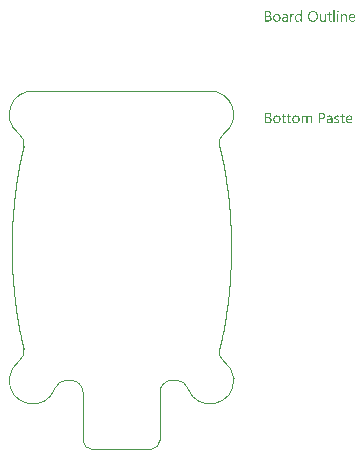
<source format=gbp>
G04*
G04 #@! TF.GenerationSoftware,Altium Limited,Altium Designer,21.9.2 (33)*
G04*
G04 Layer_Color=128*
%FSAX25Y25*%
%MOIN*%
G70*
G04*
G04 #@! TF.SameCoordinates,B38DDDDE-E499-4E20-BA9E-D90CFE60B386*
G04*
G04*
G04 #@! TF.FilePolarity,Positive*
G04*
G01*
G75*
%ADD13C,0.00394*%
G36*
X0072142Y0146274D02*
X0072167D01*
X0072223Y0146249D01*
X0072254Y0146231D01*
X0072285Y0146206D01*
X0072291Y0146200D01*
X0072297Y0146194D01*
X0072328Y0146157D01*
X0072353Y0146095D01*
X0072359Y0146057D01*
X0072365Y0146020D01*
Y0146014D01*
Y0146002D01*
X0072359Y0145983D01*
X0072353Y0145958D01*
X0072334Y0145897D01*
X0072309Y0145866D01*
X0072285Y0145835D01*
X0072278D01*
X0072272Y0145822D01*
X0072235Y0145798D01*
X0072179Y0145773D01*
X0072142Y0145767D01*
X0072105Y0145760D01*
X0072086D01*
X0072068Y0145767D01*
X0072043D01*
X0071981Y0145791D01*
X0071950Y0145804D01*
X0071919Y0145828D01*
Y0145835D01*
X0071907Y0145841D01*
X0071895Y0145860D01*
X0071882Y0145878D01*
X0071857Y0145940D01*
X0071851Y0145977D01*
X0071845Y0146020D01*
Y0146027D01*
Y0146039D01*
X0071851Y0146057D01*
X0071857Y0146089D01*
X0071876Y0146144D01*
X0071895Y0146175D01*
X0071919Y0146206D01*
X0071925Y0146212D01*
X0071932Y0146219D01*
X0071969Y0146243D01*
X0072031Y0146268D01*
X0072068Y0146280D01*
X0072124D01*
X0072142Y0146274D01*
D02*
G37*
G36*
X0060152Y0142610D02*
X0059750D01*
Y0143031D01*
X0059737D01*
Y0143024D01*
X0059725Y0143012D01*
X0059706Y0142987D01*
X0059688Y0142956D01*
X0059657Y0142919D01*
X0059620Y0142882D01*
X0059576Y0142839D01*
X0059527Y0142795D01*
X0059471Y0142746D01*
X0059403Y0142703D01*
X0059335Y0142665D01*
X0059255Y0142628D01*
X0059174Y0142597D01*
X0059081Y0142573D01*
X0058982Y0142560D01*
X0058877Y0142554D01*
X0058834D01*
X0058797Y0142560D01*
X0058759Y0142566D01*
X0058710Y0142573D01*
X0058605Y0142597D01*
X0058481Y0142634D01*
X0058357Y0142696D01*
X0058289Y0142734D01*
X0058233Y0142777D01*
X0058171Y0142833D01*
X0058116Y0142888D01*
Y0142894D01*
X0058103Y0142907D01*
X0058091Y0142925D01*
X0058072Y0142950D01*
X0058054Y0142981D01*
X0058029Y0143024D01*
X0058004Y0143074D01*
X0057979Y0143130D01*
X0057948Y0143192D01*
X0057924Y0143260D01*
X0057899Y0143334D01*
X0057880Y0143414D01*
X0057862Y0143501D01*
X0057849Y0143600D01*
X0057843Y0143699D01*
X0057837Y0143804D01*
Y0143811D01*
Y0143829D01*
Y0143866D01*
X0057843Y0143910D01*
X0057849Y0143959D01*
X0057856Y0144021D01*
X0057862Y0144089D01*
X0057874Y0144163D01*
X0057911Y0144324D01*
X0057967Y0144492D01*
X0058004Y0144572D01*
X0058047Y0144652D01*
X0058091Y0144727D01*
X0058147Y0144801D01*
X0058153Y0144807D01*
X0058159Y0144819D01*
X0058178Y0144838D01*
X0058202Y0144863D01*
X0058233Y0144888D01*
X0058276Y0144919D01*
X0058320Y0144956D01*
X0058369Y0144993D01*
X0058493Y0145061D01*
X0058636Y0145123D01*
X0058716Y0145141D01*
X0058803Y0145160D01*
X0058889Y0145172D01*
X0058988Y0145179D01*
X0059038D01*
X0059075Y0145172D01*
X0059112Y0145166D01*
X0059162Y0145160D01*
X0059273Y0145129D01*
X0059397Y0145080D01*
X0059459Y0145049D01*
X0059521Y0145005D01*
X0059583Y0144962D01*
X0059638Y0144906D01*
X0059688Y0144844D01*
X0059737Y0144770D01*
X0059750D01*
Y0146330D01*
X0060152D01*
Y0142610D01*
D02*
G37*
G36*
X0074420Y0145172D02*
X0074494Y0145166D01*
X0074587Y0145148D01*
X0074686Y0145117D01*
X0074792Y0145067D01*
X0074897Y0144999D01*
X0074940Y0144962D01*
X0074983Y0144912D01*
X0074996Y0144900D01*
X0075020Y0144863D01*
X0075051Y0144801D01*
X0075095Y0144714D01*
X0075132Y0144609D01*
X0075169Y0144479D01*
X0075194Y0144324D01*
X0075200Y0144145D01*
Y0142610D01*
X0074798D01*
Y0144040D01*
Y0144046D01*
Y0144077D01*
X0074792Y0144114D01*
Y0144163D01*
X0074779Y0144225D01*
X0074767Y0144293D01*
X0074748Y0144368D01*
X0074723Y0144442D01*
X0074692Y0144516D01*
X0074655Y0144584D01*
X0074606Y0144652D01*
X0074550Y0144714D01*
X0074488Y0144764D01*
X0074408Y0144801D01*
X0074321Y0144832D01*
X0074216Y0144838D01*
X0074203D01*
X0074166Y0144832D01*
X0074111Y0144826D01*
X0074042Y0144807D01*
X0073962Y0144782D01*
X0073875Y0144739D01*
X0073795Y0144683D01*
X0073714Y0144609D01*
X0073708Y0144597D01*
X0073684Y0144572D01*
X0073652Y0144522D01*
X0073615Y0144454D01*
X0073578Y0144374D01*
X0073547Y0144275D01*
X0073523Y0144163D01*
X0073516Y0144040D01*
Y0142610D01*
X0073114D01*
Y0145123D01*
X0073516D01*
Y0144702D01*
X0073529D01*
X0073535Y0144708D01*
X0073541Y0144720D01*
X0073560Y0144745D01*
X0073584Y0144776D01*
X0073609Y0144813D01*
X0073646Y0144851D01*
X0073690Y0144894D01*
X0073739Y0144943D01*
X0073795Y0144987D01*
X0073857Y0145030D01*
X0073925Y0145067D01*
X0073999Y0145104D01*
X0074073Y0145135D01*
X0074160Y0145160D01*
X0074253Y0145172D01*
X0074352Y0145179D01*
X0074389D01*
X0074420Y0145172D01*
D02*
G37*
G36*
X0057422Y0145160D02*
X0057497Y0145154D01*
X0057540Y0145141D01*
X0057571Y0145129D01*
Y0144714D01*
X0057565Y0144720D01*
X0057552Y0144727D01*
X0057528Y0144739D01*
X0057497Y0144758D01*
X0057453Y0144770D01*
X0057398Y0144782D01*
X0057336Y0144789D01*
X0057268Y0144795D01*
X0057255D01*
X0057224Y0144789D01*
X0057175Y0144782D01*
X0057119Y0144764D01*
X0057045Y0144733D01*
X0056977Y0144690D01*
X0056902Y0144628D01*
X0056834Y0144547D01*
X0056828Y0144535D01*
X0056810Y0144504D01*
X0056779Y0144448D01*
X0056748Y0144374D01*
X0056717Y0144281D01*
X0056686Y0144163D01*
X0056667Y0144033D01*
X0056661Y0143885D01*
Y0142610D01*
X0056259D01*
Y0145123D01*
X0056661D01*
Y0144603D01*
X0056673D01*
Y0144609D01*
X0056679Y0144615D01*
X0056692Y0144646D01*
X0056710Y0144696D01*
X0056741Y0144758D01*
X0056772Y0144819D01*
X0056822Y0144888D01*
X0056871Y0144956D01*
X0056933Y0145018D01*
X0056940Y0145024D01*
X0056964Y0145042D01*
X0057001Y0145067D01*
X0057051Y0145092D01*
X0057107Y0145117D01*
X0057175Y0145141D01*
X0057249Y0145160D01*
X0057329Y0145166D01*
X0057385D01*
X0057422Y0145160D01*
D02*
G37*
G36*
X0068162Y0142610D02*
X0067760D01*
Y0143006D01*
X0067747D01*
Y0143000D01*
X0067735Y0142987D01*
X0067722Y0142963D01*
X0067698Y0142938D01*
X0067642Y0142864D01*
X0067555Y0142783D01*
X0067506Y0142740D01*
X0067450Y0142696D01*
X0067388Y0142659D01*
X0067314Y0142622D01*
X0067240Y0142597D01*
X0067159Y0142573D01*
X0067066Y0142560D01*
X0066974Y0142554D01*
X0066936D01*
X0066893Y0142560D01*
X0066831Y0142573D01*
X0066763Y0142585D01*
X0066689Y0142610D01*
X0066608Y0142641D01*
X0066528Y0142690D01*
X0066441Y0142746D01*
X0066361Y0142814D01*
X0066286Y0142901D01*
X0066218Y0143006D01*
X0066156Y0143123D01*
X0066113Y0143266D01*
X0066088Y0143433D01*
X0066076Y0143520D01*
Y0143619D01*
Y0145123D01*
X0066472D01*
Y0143681D01*
Y0143674D01*
Y0143650D01*
X0066478Y0143606D01*
X0066484Y0143557D01*
X0066491Y0143495D01*
X0066503Y0143433D01*
X0066522Y0143359D01*
X0066546Y0143284D01*
X0066584Y0143210D01*
X0066621Y0143142D01*
X0066670Y0143074D01*
X0066732Y0143012D01*
X0066800Y0142963D01*
X0066881Y0142925D01*
X0066980Y0142894D01*
X0067085Y0142888D01*
X0067097D01*
X0067134Y0142894D01*
X0067190Y0142901D01*
X0067252Y0142913D01*
X0067333Y0142944D01*
X0067413Y0142981D01*
X0067493Y0143031D01*
X0067568Y0143105D01*
X0067574Y0143117D01*
X0067599Y0143142D01*
X0067630Y0143192D01*
X0067667Y0143260D01*
X0067698Y0143340D01*
X0067729Y0143439D01*
X0067753Y0143551D01*
X0067760Y0143674D01*
Y0145123D01*
X0068162D01*
Y0142610D01*
D02*
G37*
G36*
X0072297D02*
X0071895D01*
Y0145123D01*
X0072297D01*
Y0142610D01*
D02*
G37*
G36*
X0071078D02*
X0070675D01*
Y0146330D01*
X0071078D01*
Y0142610D01*
D02*
G37*
G36*
X0054699Y0145172D02*
X0054754Y0145166D01*
X0054822Y0145148D01*
X0054897Y0145129D01*
X0054977Y0145098D01*
X0055064Y0145061D01*
X0055144Y0145011D01*
X0055225Y0144949D01*
X0055299Y0144875D01*
X0055367Y0144782D01*
X0055423Y0144677D01*
X0055466Y0144553D01*
X0055491Y0144411D01*
X0055503Y0144244D01*
Y0142610D01*
X0055101D01*
Y0143000D01*
X0055089D01*
Y0142993D01*
X0055076Y0142981D01*
X0055064Y0142956D01*
X0055039Y0142932D01*
X0054977Y0142857D01*
X0054897Y0142777D01*
X0054785Y0142696D01*
X0054655Y0142622D01*
X0054575Y0142597D01*
X0054495Y0142573D01*
X0054408Y0142560D01*
X0054315Y0142554D01*
X0054278D01*
X0054253Y0142560D01*
X0054185Y0142566D01*
X0054105Y0142579D01*
X0054005Y0142604D01*
X0053913Y0142634D01*
X0053814Y0142684D01*
X0053727Y0142746D01*
X0053721Y0142758D01*
X0053696Y0142783D01*
X0053659Y0142826D01*
X0053622Y0142888D01*
X0053584Y0142963D01*
X0053547Y0143049D01*
X0053523Y0143154D01*
X0053516Y0143272D01*
Y0143278D01*
Y0143303D01*
X0053523Y0143340D01*
X0053529Y0143384D01*
X0053541Y0143439D01*
X0053560Y0143501D01*
X0053584Y0143569D01*
X0053622Y0143637D01*
X0053665Y0143711D01*
X0053721Y0143786D01*
X0053789Y0143854D01*
X0053869Y0143916D01*
X0053962Y0143978D01*
X0054074Y0144027D01*
X0054197Y0144064D01*
X0054346Y0144095D01*
X0055101Y0144201D01*
Y0144207D01*
Y0144225D01*
X0055095Y0144262D01*
Y0144300D01*
X0055082Y0144349D01*
X0055076Y0144405D01*
X0055039Y0144522D01*
X0055008Y0144578D01*
X0054977Y0144634D01*
X0054934Y0144690D01*
X0054884Y0144739D01*
X0054822Y0144782D01*
X0054754Y0144813D01*
X0054674Y0144832D01*
X0054581Y0144838D01*
X0054538D01*
X0054507Y0144832D01*
X0054463D01*
X0054420Y0144819D01*
X0054309Y0144801D01*
X0054185Y0144764D01*
X0054049Y0144708D01*
X0053974Y0144671D01*
X0053906Y0144634D01*
X0053832Y0144584D01*
X0053764Y0144529D01*
Y0144943D01*
X0053770D01*
X0053783Y0144956D01*
X0053801Y0144968D01*
X0053832Y0144981D01*
X0053863Y0144999D01*
X0053906Y0145018D01*
X0053956Y0145036D01*
X0054012Y0145061D01*
X0054135Y0145104D01*
X0054284Y0145141D01*
X0054445Y0145166D01*
X0054618Y0145179D01*
X0054655D01*
X0054699Y0145172D01*
D02*
G37*
G36*
X0049010Y0146119D02*
X0049053D01*
X0049097Y0146113D01*
X0049196Y0146101D01*
X0049313Y0146070D01*
X0049437Y0146033D01*
X0049555Y0145977D01*
X0049660Y0145903D01*
X0049666D01*
X0049672Y0145890D01*
X0049703Y0145866D01*
X0049747Y0145816D01*
X0049796Y0145748D01*
X0049840Y0145661D01*
X0049883Y0145562D01*
X0049914Y0145451D01*
X0049926Y0145389D01*
Y0145321D01*
Y0145315D01*
Y0145308D01*
Y0145271D01*
X0049920Y0145216D01*
X0049908Y0145148D01*
X0049889Y0145061D01*
X0049858Y0144974D01*
X0049821Y0144888D01*
X0049765Y0144801D01*
X0049759Y0144789D01*
X0049734Y0144764D01*
X0049697Y0144727D01*
X0049648Y0144677D01*
X0049586Y0144628D01*
X0049512Y0144572D01*
X0049419Y0144529D01*
X0049320Y0144485D01*
Y0144479D01*
X0049338D01*
X0049357Y0144473D01*
X0049375Y0144467D01*
X0049443Y0144454D01*
X0049524Y0144430D01*
X0049611Y0144392D01*
X0049703Y0144349D01*
X0049796Y0144287D01*
X0049883Y0144207D01*
X0049895Y0144194D01*
X0049920Y0144163D01*
X0049951Y0144120D01*
X0049994Y0144052D01*
X0050032Y0143965D01*
X0050069Y0143866D01*
X0050093Y0143749D01*
X0050100Y0143619D01*
Y0143613D01*
Y0143600D01*
Y0143575D01*
X0050093Y0143544D01*
X0050087Y0143507D01*
X0050081Y0143464D01*
X0050056Y0143359D01*
X0050019Y0143241D01*
X0049963Y0143117D01*
X0049926Y0143062D01*
X0049883Y0143000D01*
X0049827Y0142944D01*
X0049771Y0142888D01*
X0049765D01*
X0049759Y0142876D01*
X0049740Y0142864D01*
X0049716Y0142845D01*
X0049685Y0142826D01*
X0049641Y0142802D01*
X0049549Y0142752D01*
X0049431Y0142696D01*
X0049295Y0142653D01*
X0049134Y0142622D01*
X0049053Y0142616D01*
X0048961Y0142610D01*
X0047933D01*
Y0146126D01*
X0048979D01*
X0049010Y0146119D01*
D02*
G37*
G36*
X0069505Y0145123D02*
X0070143D01*
Y0144776D01*
X0069505D01*
Y0143359D01*
Y0143346D01*
Y0143315D01*
X0069511Y0143272D01*
X0069518Y0143216D01*
X0069542Y0143099D01*
X0069561Y0143043D01*
X0069592Y0143000D01*
X0069598Y0142993D01*
X0069610Y0142981D01*
X0069629Y0142969D01*
X0069660Y0142950D01*
X0069697Y0142925D01*
X0069747Y0142913D01*
X0069809Y0142901D01*
X0069877Y0142894D01*
X0069901D01*
X0069932Y0142901D01*
X0069969Y0142907D01*
X0070056Y0142932D01*
X0070100Y0142950D01*
X0070143Y0142975D01*
Y0142628D01*
X0070137D01*
X0070118Y0142616D01*
X0070087Y0142610D01*
X0070044Y0142597D01*
X0069988Y0142585D01*
X0069926Y0142573D01*
X0069852Y0142566D01*
X0069765Y0142560D01*
X0069734D01*
X0069703Y0142566D01*
X0069660Y0142573D01*
X0069610Y0142585D01*
X0069555Y0142597D01*
X0069499Y0142622D01*
X0069437Y0142653D01*
X0069375Y0142690D01*
X0069313Y0142740D01*
X0069258Y0142795D01*
X0069208Y0142870D01*
X0069165Y0142950D01*
X0069134Y0143049D01*
X0069109Y0143161D01*
X0069103Y0143291D01*
Y0144776D01*
X0068676D01*
Y0145123D01*
X0069103D01*
Y0145736D01*
X0069505Y0145866D01*
Y0145123D01*
D02*
G37*
G36*
X0077032Y0145172D02*
X0077076Y0145166D01*
X0077119Y0145160D01*
X0077230Y0145141D01*
X0077354Y0145098D01*
X0077478Y0145042D01*
X0077540Y0145005D01*
X0077602Y0144962D01*
X0077657Y0144912D01*
X0077713Y0144857D01*
X0077719Y0144851D01*
X0077725Y0144844D01*
X0077738Y0144826D01*
X0077757Y0144801D01*
X0077775Y0144764D01*
X0077800Y0144727D01*
X0077825Y0144683D01*
X0077849Y0144628D01*
X0077874Y0144566D01*
X0077899Y0144504D01*
X0077924Y0144430D01*
X0077942Y0144349D01*
X0077961Y0144262D01*
X0077973Y0144176D01*
X0077986Y0144077D01*
Y0143972D01*
Y0143761D01*
X0076209D01*
Y0143755D01*
Y0143743D01*
Y0143724D01*
X0076215Y0143693D01*
X0076221Y0143656D01*
Y0143619D01*
X0076240Y0143520D01*
X0076271Y0143421D01*
X0076308Y0143309D01*
X0076364Y0143204D01*
X0076432Y0143111D01*
X0076444Y0143099D01*
X0076469Y0143074D01*
X0076518Y0143043D01*
X0076587Y0143000D01*
X0076673Y0142956D01*
X0076772Y0142925D01*
X0076890Y0142901D01*
X0077026Y0142888D01*
X0077069D01*
X0077100Y0142894D01*
X0077138D01*
X0077181Y0142901D01*
X0077286Y0142925D01*
X0077404Y0142956D01*
X0077534Y0143006D01*
X0077670Y0143074D01*
X0077738Y0143117D01*
X0077806Y0143167D01*
Y0142789D01*
X0077800D01*
X0077794Y0142777D01*
X0077775Y0142771D01*
X0077744Y0142752D01*
X0077713Y0142734D01*
X0077676Y0142715D01*
X0077627Y0142696D01*
X0077577Y0142672D01*
X0077515Y0142647D01*
X0077447Y0142628D01*
X0077298Y0142591D01*
X0077125Y0142566D01*
X0076933Y0142554D01*
X0076884D01*
X0076847Y0142560D01*
X0076803Y0142566D01*
X0076748Y0142573D01*
X0076630Y0142597D01*
X0076494Y0142634D01*
X0076358Y0142696D01*
X0076289Y0142740D01*
X0076221Y0142783D01*
X0076160Y0142833D01*
X0076098Y0142894D01*
X0076091Y0142901D01*
X0076085Y0142913D01*
X0076073Y0142932D01*
X0076048Y0142956D01*
X0076029Y0142993D01*
X0076005Y0143037D01*
X0075974Y0143086D01*
X0075949Y0143142D01*
X0075918Y0143204D01*
X0075893Y0143278D01*
X0075862Y0143359D01*
X0075844Y0143445D01*
X0075825Y0143538D01*
X0075807Y0143637D01*
X0075800Y0143743D01*
X0075794Y0143854D01*
Y0143860D01*
Y0143879D01*
Y0143910D01*
X0075800Y0143953D01*
X0075807Y0144002D01*
X0075813Y0144058D01*
X0075819Y0144126D01*
X0075838Y0144194D01*
X0075875Y0144343D01*
X0075930Y0144504D01*
X0075968Y0144584D01*
X0076017Y0144659D01*
X0076067Y0144739D01*
X0076122Y0144807D01*
X0076129Y0144813D01*
X0076141Y0144826D01*
X0076160Y0144844D01*
X0076184Y0144863D01*
X0076215Y0144894D01*
X0076252Y0144925D01*
X0076302Y0144956D01*
X0076351Y0144993D01*
X0076469Y0145061D01*
X0076611Y0145123D01*
X0076692Y0145141D01*
X0076772Y0145160D01*
X0076859Y0145172D01*
X0076952Y0145179D01*
X0077001D01*
X0077032Y0145172D01*
D02*
G37*
G36*
X0063990Y0146181D02*
X0064052Y0146175D01*
X0064126Y0146163D01*
X0064207Y0146144D01*
X0064293Y0146126D01*
X0064380Y0146101D01*
X0064479Y0146070D01*
X0064572Y0146027D01*
X0064671Y0145977D01*
X0064770Y0145921D01*
X0064863Y0145853D01*
X0064956Y0145779D01*
X0065042Y0145692D01*
X0065048Y0145686D01*
X0065061Y0145668D01*
X0065086Y0145643D01*
X0065110Y0145606D01*
X0065148Y0145556D01*
X0065185Y0145494D01*
X0065222Y0145426D01*
X0065265Y0145352D01*
X0065308Y0145259D01*
X0065346Y0145166D01*
X0065383Y0145061D01*
X0065420Y0144943D01*
X0065445Y0144826D01*
X0065469Y0144696D01*
X0065482Y0144553D01*
X0065488Y0144411D01*
Y0144399D01*
Y0144374D01*
Y0144331D01*
X0065482Y0144269D01*
X0065475Y0144194D01*
X0065463Y0144114D01*
X0065451Y0144021D01*
X0065432Y0143916D01*
X0065407Y0143811D01*
X0065377Y0143699D01*
X0065339Y0143588D01*
X0065296Y0143476D01*
X0065240Y0143359D01*
X0065178Y0143254D01*
X0065110Y0143148D01*
X0065030Y0143049D01*
X0065024Y0143043D01*
X0065011Y0143031D01*
X0064980Y0143006D01*
X0064949Y0142975D01*
X0064900Y0142932D01*
X0064844Y0142894D01*
X0064782Y0142845D01*
X0064708Y0142802D01*
X0064627Y0142758D01*
X0064535Y0142709D01*
X0064436Y0142672D01*
X0064324Y0142634D01*
X0064207Y0142597D01*
X0064083Y0142573D01*
X0063953Y0142560D01*
X0063810Y0142554D01*
X0063779D01*
X0063736Y0142560D01*
X0063687D01*
X0063625Y0142566D01*
X0063550Y0142579D01*
X0063470Y0142597D01*
X0063377Y0142616D01*
X0063284Y0142641D01*
X0063185Y0142672D01*
X0063086Y0142715D01*
X0062987Y0142758D01*
X0062888Y0142814D01*
X0062789Y0142882D01*
X0062696Y0142956D01*
X0062610Y0143043D01*
X0062603Y0143049D01*
X0062591Y0143068D01*
X0062566Y0143093D01*
X0062542Y0143130D01*
X0062504Y0143179D01*
X0062467Y0143241D01*
X0062430Y0143309D01*
X0062387Y0143390D01*
X0062343Y0143476D01*
X0062306Y0143569D01*
X0062269Y0143674D01*
X0062232Y0143792D01*
X0062207Y0143910D01*
X0062182Y0144040D01*
X0062170Y0144182D01*
X0062164Y0144324D01*
Y0144337D01*
Y0144361D01*
X0062170Y0144405D01*
Y0144467D01*
X0062176Y0144535D01*
X0062189Y0144622D01*
X0062201Y0144714D01*
X0062220Y0144813D01*
X0062244Y0144919D01*
X0062275Y0145030D01*
X0062312Y0145141D01*
X0062356Y0145253D01*
X0062411Y0145364D01*
X0062473Y0145476D01*
X0062542Y0145581D01*
X0062622Y0145680D01*
X0062628Y0145686D01*
X0062641Y0145705D01*
X0062672Y0145729D01*
X0062709Y0145760D01*
X0062752Y0145798D01*
X0062808Y0145841D01*
X0062876Y0145884D01*
X0062950Y0145934D01*
X0063037Y0145983D01*
X0063130Y0146027D01*
X0063228Y0146070D01*
X0063340Y0146107D01*
X0063464Y0146138D01*
X0063594Y0146169D01*
X0063730Y0146181D01*
X0063872Y0146187D01*
X0063940D01*
X0063990Y0146181D01*
D02*
G37*
G36*
X0051963Y0145172D02*
X0052006Y0145166D01*
X0052062Y0145160D01*
X0052186Y0145135D01*
X0052328Y0145092D01*
X0052470Y0145030D01*
X0052545Y0144993D01*
X0052613Y0144949D01*
X0052681Y0144894D01*
X0052743Y0144832D01*
X0052749Y0144826D01*
X0052755Y0144813D01*
X0052774Y0144795D01*
X0052792Y0144770D01*
X0052817Y0144733D01*
X0052842Y0144690D01*
X0052873Y0144640D01*
X0052904Y0144584D01*
X0052928Y0144516D01*
X0052959Y0144448D01*
X0052984Y0144368D01*
X0053009Y0144281D01*
X0053027Y0144188D01*
X0053046Y0144089D01*
X0053052Y0143984D01*
X0053058Y0143872D01*
Y0143866D01*
Y0143848D01*
Y0143817D01*
X0053052Y0143773D01*
X0053046Y0143724D01*
X0053040Y0143662D01*
X0053027Y0143600D01*
X0053015Y0143526D01*
X0052978Y0143377D01*
X0052916Y0143216D01*
X0052879Y0143136D01*
X0052829Y0143055D01*
X0052780Y0142981D01*
X0052718Y0142913D01*
X0052712Y0142907D01*
X0052699Y0142901D01*
X0052681Y0142882D01*
X0052656Y0142857D01*
X0052619Y0142833D01*
X0052582Y0142802D01*
X0052532Y0142764D01*
X0052477Y0142734D01*
X0052415Y0142703D01*
X0052346Y0142665D01*
X0052272Y0142634D01*
X0052192Y0142610D01*
X0052105Y0142585D01*
X0052012Y0142573D01*
X0051913Y0142560D01*
X0051808Y0142554D01*
X0051752D01*
X0051715Y0142560D01*
X0051672Y0142566D01*
X0051616Y0142573D01*
X0051554Y0142585D01*
X0051486Y0142597D01*
X0051344Y0142641D01*
X0051195Y0142703D01*
X0051121Y0142740D01*
X0051053Y0142789D01*
X0050985Y0142839D01*
X0050917Y0142901D01*
X0050910Y0142907D01*
X0050904Y0142919D01*
X0050886Y0142938D01*
X0050867Y0142963D01*
X0050842Y0143000D01*
X0050811Y0143043D01*
X0050780Y0143093D01*
X0050756Y0143148D01*
X0050725Y0143216D01*
X0050694Y0143284D01*
X0050663Y0143359D01*
X0050638Y0143445D01*
X0050601Y0143631D01*
X0050595Y0143730D01*
X0050589Y0143835D01*
Y0143842D01*
Y0143866D01*
Y0143897D01*
X0050595Y0143941D01*
X0050601Y0143990D01*
X0050607Y0144052D01*
X0050620Y0144120D01*
X0050632Y0144194D01*
X0050669Y0144355D01*
X0050731Y0144516D01*
X0050774Y0144597D01*
X0050818Y0144677D01*
X0050867Y0144751D01*
X0050929Y0144819D01*
X0050935Y0144826D01*
X0050948Y0144838D01*
X0050966Y0144851D01*
X0050991Y0144875D01*
X0051028Y0144900D01*
X0051071Y0144931D01*
X0051121Y0144968D01*
X0051177Y0144999D01*
X0051239Y0145030D01*
X0051313Y0145067D01*
X0051387Y0145098D01*
X0051474Y0145123D01*
X0051560Y0145148D01*
X0051659Y0145166D01*
X0051765Y0145172D01*
X0051870Y0145179D01*
X0051926D01*
X0051963Y0145172D01*
D02*
G37*
G36*
X0072062Y0111314D02*
X0072142Y0111308D01*
X0072229Y0111295D01*
X0072328Y0111271D01*
X0072427Y0111246D01*
X0072526Y0111209D01*
Y0110800D01*
X0072514Y0110807D01*
X0072476Y0110831D01*
X0072421Y0110856D01*
X0072346Y0110893D01*
X0072254Y0110924D01*
X0072142Y0110955D01*
X0072018Y0110974D01*
X0071888Y0110980D01*
X0071820D01*
X0071758Y0110968D01*
X0071684Y0110955D01*
X0071678D01*
X0071672Y0110949D01*
X0071635Y0110936D01*
X0071585Y0110912D01*
X0071529Y0110881D01*
X0071517Y0110875D01*
X0071492Y0110850D01*
X0071461Y0110813D01*
X0071430Y0110769D01*
X0071424Y0110757D01*
X0071412Y0110726D01*
X0071399Y0110683D01*
X0071393Y0110627D01*
Y0110621D01*
Y0110608D01*
Y0110590D01*
X0071399Y0110571D01*
X0071412Y0110516D01*
X0071430Y0110460D01*
X0071437Y0110448D01*
X0071455Y0110423D01*
X0071492Y0110386D01*
X0071535Y0110342D01*
X0071542D01*
X0071548Y0110336D01*
X0071585Y0110311D01*
X0071635Y0110280D01*
X0071703Y0110249D01*
X0071709D01*
X0071721Y0110243D01*
X0071740Y0110237D01*
X0071771Y0110225D01*
X0071839Y0110200D01*
X0071925Y0110163D01*
X0071932D01*
X0071956Y0110150D01*
X0071987Y0110138D01*
X0072025Y0110126D01*
X0072124Y0110082D01*
X0072223Y0110033D01*
X0072229D01*
X0072247Y0110020D01*
X0072272Y0110008D01*
X0072303Y0109989D01*
X0072377Y0109940D01*
X0072452Y0109878D01*
X0072458Y0109872D01*
X0072470Y0109866D01*
X0072483Y0109847D01*
X0072507Y0109822D01*
X0072551Y0109760D01*
X0072594Y0109680D01*
Y0109674D01*
X0072600Y0109661D01*
X0072613Y0109637D01*
X0072619Y0109606D01*
X0072631Y0109569D01*
X0072637Y0109525D01*
X0072644Y0109420D01*
Y0109414D01*
Y0109389D01*
X0072637Y0109352D01*
X0072631Y0109309D01*
X0072625Y0109259D01*
X0072606Y0109203D01*
X0072588Y0109154D01*
X0072557Y0109098D01*
X0072551Y0109092D01*
X0072544Y0109073D01*
X0072526Y0109049D01*
X0072501Y0109018D01*
X0072470Y0108981D01*
X0072433Y0108943D01*
X0072340Y0108869D01*
X0072334Y0108863D01*
X0072316Y0108857D01*
X0072291Y0108838D01*
X0072247Y0108819D01*
X0072204Y0108795D01*
X0072148Y0108776D01*
X0072093Y0108758D01*
X0072025Y0108739D01*
X0072018D01*
X0071994Y0108733D01*
X0071956Y0108727D01*
X0071913Y0108721D01*
X0071851Y0108708D01*
X0071789Y0108702D01*
X0071647Y0108696D01*
X0071585D01*
X0071511Y0108702D01*
X0071418Y0108714D01*
X0071313Y0108733D01*
X0071201Y0108758D01*
X0071090Y0108789D01*
X0070978Y0108838D01*
Y0109271D01*
X0070985D01*
X0070991Y0109259D01*
X0071009Y0109247D01*
X0071034Y0109234D01*
X0071102Y0109197D01*
X0071195Y0109154D01*
X0071300Y0109104D01*
X0071424Y0109067D01*
X0071560Y0109042D01*
X0071703Y0109030D01*
X0071752D01*
X0071783Y0109036D01*
X0071870Y0109049D01*
X0071969Y0109073D01*
X0072062Y0109117D01*
X0072105Y0109148D01*
X0072148Y0109178D01*
X0072179Y0109222D01*
X0072204Y0109265D01*
X0072223Y0109321D01*
X0072229Y0109383D01*
Y0109389D01*
Y0109401D01*
Y0109420D01*
X0072223Y0109439D01*
X0072210Y0109494D01*
X0072185Y0109550D01*
Y0109556D01*
X0072179Y0109562D01*
X0072154Y0109593D01*
X0072117Y0109637D01*
X0072062Y0109674D01*
X0072056D01*
X0072049Y0109686D01*
X0072012Y0109705D01*
X0071956Y0109742D01*
X0071882Y0109773D01*
X0071876D01*
X0071864Y0109779D01*
X0071845Y0109791D01*
X0071814Y0109804D01*
X0071746Y0109828D01*
X0071659Y0109866D01*
X0071653D01*
X0071628Y0109878D01*
X0071597Y0109890D01*
X0071560Y0109903D01*
X0071461Y0109946D01*
X0071362Y0109996D01*
X0071356Y0110002D01*
X0071344Y0110008D01*
X0071319Y0110020D01*
X0071288Y0110039D01*
X0071220Y0110089D01*
X0071152Y0110144D01*
X0071146Y0110150D01*
X0071139Y0110157D01*
X0071121Y0110175D01*
X0071102Y0110200D01*
X0071059Y0110262D01*
X0071022Y0110336D01*
Y0110342D01*
X0071016Y0110355D01*
X0071009Y0110379D01*
X0071003Y0110410D01*
X0070997Y0110448D01*
X0070991Y0110491D01*
X0070985Y0110596D01*
Y0110602D01*
Y0110627D01*
X0070991Y0110658D01*
X0070997Y0110701D01*
X0071003Y0110751D01*
X0071022Y0110800D01*
X0071040Y0110856D01*
X0071065Y0110906D01*
X0071071Y0110912D01*
X0071078Y0110930D01*
X0071096Y0110955D01*
X0071121Y0110986D01*
X0071189Y0111060D01*
X0071276Y0111135D01*
X0071282Y0111141D01*
X0071300Y0111147D01*
X0071325Y0111165D01*
X0071368Y0111184D01*
X0071412Y0111209D01*
X0071461Y0111234D01*
X0071585Y0111271D01*
X0071591D01*
X0071616Y0111277D01*
X0071647Y0111289D01*
X0071697Y0111295D01*
X0071746Y0111308D01*
X0071808Y0111314D01*
X0071944Y0111320D01*
X0072000D01*
X0072062Y0111314D01*
D02*
G37*
G36*
X0062870D02*
X0062925Y0111302D01*
X0062987Y0111289D01*
X0063055Y0111265D01*
X0063136Y0111234D01*
X0063210Y0111190D01*
X0063290Y0111141D01*
X0063365Y0111073D01*
X0063433Y0110986D01*
X0063495Y0110887D01*
X0063550Y0110776D01*
X0063588Y0110633D01*
X0063618Y0110478D01*
X0063625Y0110299D01*
Y0108751D01*
X0063222D01*
Y0110194D01*
Y0110200D01*
Y0110212D01*
Y0110231D01*
Y0110262D01*
X0063216Y0110336D01*
X0063204Y0110423D01*
X0063191Y0110522D01*
X0063167Y0110621D01*
X0063136Y0110714D01*
X0063092Y0110794D01*
X0063086Y0110800D01*
X0063068Y0110825D01*
X0063037Y0110856D01*
X0062987Y0110887D01*
X0062931Y0110924D01*
X0062857Y0110949D01*
X0062764Y0110974D01*
X0062659Y0110980D01*
X0062647D01*
X0062616Y0110974D01*
X0062566Y0110968D01*
X0062504Y0110949D01*
X0062436Y0110924D01*
X0062362Y0110881D01*
X0062288Y0110825D01*
X0062220Y0110745D01*
X0062213Y0110732D01*
X0062195Y0110701D01*
X0062164Y0110652D01*
X0062133Y0110584D01*
X0062096Y0110503D01*
X0062071Y0110410D01*
X0062046Y0110299D01*
X0062040Y0110181D01*
Y0108751D01*
X0061638D01*
Y0110243D01*
Y0110249D01*
Y0110274D01*
X0061632Y0110311D01*
Y0110361D01*
X0061619Y0110417D01*
X0061607Y0110478D01*
X0061588Y0110540D01*
X0061570Y0110615D01*
X0061539Y0110683D01*
X0061501Y0110745D01*
X0061452Y0110807D01*
X0061396Y0110862D01*
X0061334Y0110912D01*
X0061254Y0110949D01*
X0061167Y0110974D01*
X0061068Y0110980D01*
X0061056D01*
X0061025Y0110974D01*
X0060975Y0110968D01*
X0060913Y0110955D01*
X0060845Y0110924D01*
X0060771Y0110887D01*
X0060697Y0110831D01*
X0060629Y0110757D01*
X0060623Y0110745D01*
X0060604Y0110720D01*
X0060573Y0110670D01*
X0060542Y0110602D01*
X0060511Y0110522D01*
X0060480Y0110423D01*
X0060462Y0110311D01*
X0060455Y0110181D01*
Y0108751D01*
X0060053D01*
Y0111265D01*
X0060455D01*
Y0110862D01*
X0060468D01*
X0060474Y0110868D01*
X0060480Y0110881D01*
X0060499Y0110906D01*
X0060517Y0110936D01*
X0060579Y0111005D01*
X0060666Y0111091D01*
X0060777Y0111178D01*
X0060907Y0111246D01*
X0060988Y0111277D01*
X0061068Y0111302D01*
X0061155Y0111314D01*
X0061248Y0111320D01*
X0061291D01*
X0061341Y0111314D01*
X0061402Y0111302D01*
X0061471Y0111283D01*
X0061545Y0111258D01*
X0061619Y0111227D01*
X0061693Y0111178D01*
X0061700Y0111172D01*
X0061724Y0111153D01*
X0061755Y0111122D01*
X0061799Y0111079D01*
X0061842Y0111023D01*
X0061885Y0110961D01*
X0061929Y0110887D01*
X0061960Y0110800D01*
X0061966Y0110807D01*
X0061972Y0110825D01*
X0061990Y0110850D01*
X0062009Y0110881D01*
X0062040Y0110924D01*
X0062077Y0110968D01*
X0062120Y0111011D01*
X0062170Y0111060D01*
X0062226Y0111110D01*
X0062288Y0111153D01*
X0062356Y0111203D01*
X0062430Y0111240D01*
X0062511Y0111271D01*
X0062597Y0111295D01*
X0062696Y0111314D01*
X0062795Y0111320D01*
X0062832D01*
X0062870Y0111314D01*
D02*
G37*
G36*
X0069567D02*
X0069623Y0111308D01*
X0069691Y0111289D01*
X0069765Y0111271D01*
X0069846Y0111240D01*
X0069932Y0111203D01*
X0070013Y0111153D01*
X0070093Y0111091D01*
X0070167Y0111017D01*
X0070236Y0110924D01*
X0070291Y0110819D01*
X0070335Y0110695D01*
X0070359Y0110553D01*
X0070372Y0110386D01*
Y0108751D01*
X0069969D01*
Y0109141D01*
X0069957D01*
Y0109135D01*
X0069945Y0109123D01*
X0069932Y0109098D01*
X0069908Y0109073D01*
X0069846Y0108999D01*
X0069765Y0108919D01*
X0069654Y0108838D01*
X0069524Y0108764D01*
X0069443Y0108739D01*
X0069363Y0108714D01*
X0069276Y0108702D01*
X0069183Y0108696D01*
X0069146D01*
X0069121Y0108702D01*
X0069053Y0108708D01*
X0068973Y0108721D01*
X0068874Y0108745D01*
X0068781Y0108776D01*
X0068682Y0108826D01*
X0068595Y0108888D01*
X0068589Y0108900D01*
X0068564Y0108925D01*
X0068527Y0108968D01*
X0068490Y0109030D01*
X0068453Y0109104D01*
X0068416Y0109191D01*
X0068391Y0109296D01*
X0068385Y0109414D01*
Y0109420D01*
Y0109445D01*
X0068391Y0109482D01*
X0068397Y0109525D01*
X0068410Y0109581D01*
X0068428Y0109643D01*
X0068453Y0109711D01*
X0068490Y0109779D01*
X0068533Y0109853D01*
X0068589Y0109927D01*
X0068657Y0109996D01*
X0068738Y0110057D01*
X0068831Y0110119D01*
X0068942Y0110169D01*
X0069066Y0110206D01*
X0069214Y0110237D01*
X0069969Y0110342D01*
Y0110348D01*
Y0110367D01*
X0069963Y0110404D01*
Y0110441D01*
X0069951Y0110491D01*
X0069945Y0110547D01*
X0069908Y0110664D01*
X0069877Y0110720D01*
X0069846Y0110776D01*
X0069802Y0110831D01*
X0069753Y0110881D01*
X0069691Y0110924D01*
X0069623Y0110955D01*
X0069542Y0110974D01*
X0069450Y0110980D01*
X0069406D01*
X0069375Y0110974D01*
X0069332D01*
X0069289Y0110961D01*
X0069177Y0110943D01*
X0069053Y0110906D01*
X0068917Y0110850D01*
X0068843Y0110813D01*
X0068775Y0110776D01*
X0068700Y0110726D01*
X0068632Y0110670D01*
Y0111085D01*
X0068639D01*
X0068651Y0111098D01*
X0068670Y0111110D01*
X0068700Y0111122D01*
X0068731Y0111141D01*
X0068775Y0111159D01*
X0068824Y0111178D01*
X0068880Y0111203D01*
X0069004Y0111246D01*
X0069152Y0111283D01*
X0069313Y0111308D01*
X0069487Y0111320D01*
X0069524D01*
X0069567Y0111314D01*
D02*
G37*
G36*
X0066868Y0112261D02*
X0066918D01*
X0066967Y0112255D01*
X0067097Y0112230D01*
X0067234Y0112199D01*
X0067382Y0112150D01*
X0067524Y0112082D01*
X0067586Y0112038D01*
X0067648Y0111989D01*
X0067654D01*
X0067661Y0111976D01*
X0067679Y0111958D01*
X0067698Y0111939D01*
X0067747Y0111877D01*
X0067809Y0111791D01*
X0067865Y0111679D01*
X0067914Y0111549D01*
X0067952Y0111395D01*
X0067958Y0111308D01*
X0067964Y0111215D01*
Y0111209D01*
Y0111190D01*
Y0111165D01*
X0067958Y0111135D01*
X0067952Y0111091D01*
X0067945Y0111042D01*
X0067921Y0110924D01*
X0067877Y0110794D01*
X0067815Y0110658D01*
X0067778Y0110590D01*
X0067735Y0110522D01*
X0067679Y0110454D01*
X0067617Y0110392D01*
X0067611Y0110386D01*
X0067599Y0110379D01*
X0067580Y0110361D01*
X0067555Y0110342D01*
X0067518Y0110318D01*
X0067475Y0110293D01*
X0067425Y0110262D01*
X0067370Y0110237D01*
X0067308Y0110206D01*
X0067240Y0110175D01*
X0067159Y0110150D01*
X0067079Y0110126D01*
X0066893Y0110089D01*
X0066794Y0110082D01*
X0066689Y0110076D01*
X0066224D01*
Y0108751D01*
X0065810D01*
Y0112267D01*
X0066831D01*
X0066868Y0112261D01*
D02*
G37*
G36*
X0049010D02*
X0049053D01*
X0049097Y0112255D01*
X0049196Y0112243D01*
X0049313Y0112212D01*
X0049437Y0112174D01*
X0049555Y0112119D01*
X0049660Y0112045D01*
X0049666D01*
X0049672Y0112032D01*
X0049703Y0112007D01*
X0049747Y0111958D01*
X0049796Y0111890D01*
X0049840Y0111803D01*
X0049883Y0111704D01*
X0049914Y0111593D01*
X0049926Y0111531D01*
Y0111463D01*
Y0111457D01*
Y0111450D01*
Y0111413D01*
X0049920Y0111357D01*
X0049908Y0111289D01*
X0049889Y0111203D01*
X0049858Y0111116D01*
X0049821Y0111029D01*
X0049765Y0110943D01*
X0049759Y0110930D01*
X0049734Y0110906D01*
X0049697Y0110868D01*
X0049648Y0110819D01*
X0049586Y0110769D01*
X0049512Y0110714D01*
X0049419Y0110670D01*
X0049320Y0110627D01*
Y0110621D01*
X0049338D01*
X0049357Y0110615D01*
X0049375Y0110608D01*
X0049443Y0110596D01*
X0049524Y0110571D01*
X0049611Y0110534D01*
X0049703Y0110491D01*
X0049796Y0110429D01*
X0049883Y0110348D01*
X0049895Y0110336D01*
X0049920Y0110305D01*
X0049951Y0110262D01*
X0049994Y0110194D01*
X0050032Y0110107D01*
X0050069Y0110008D01*
X0050093Y0109890D01*
X0050100Y0109760D01*
Y0109754D01*
Y0109742D01*
Y0109717D01*
X0050093Y0109686D01*
X0050087Y0109649D01*
X0050081Y0109606D01*
X0050056Y0109500D01*
X0050019Y0109383D01*
X0049963Y0109259D01*
X0049926Y0109203D01*
X0049883Y0109141D01*
X0049827Y0109086D01*
X0049771Y0109030D01*
X0049765D01*
X0049759Y0109018D01*
X0049740Y0109005D01*
X0049716Y0108987D01*
X0049685Y0108968D01*
X0049641Y0108943D01*
X0049549Y0108894D01*
X0049431Y0108838D01*
X0049295Y0108795D01*
X0049134Y0108764D01*
X0049053Y0108758D01*
X0048961Y0108751D01*
X0047933D01*
Y0112267D01*
X0048979D01*
X0049010Y0112261D01*
D02*
G37*
G36*
X0073795Y0111265D02*
X0074432D01*
Y0110918D01*
X0073795D01*
Y0109500D01*
Y0109488D01*
Y0109457D01*
X0073801Y0109414D01*
X0073807Y0109358D01*
X0073832Y0109240D01*
X0073851Y0109185D01*
X0073882Y0109141D01*
X0073888Y0109135D01*
X0073900Y0109123D01*
X0073919Y0109110D01*
X0073950Y0109092D01*
X0073987Y0109067D01*
X0074036Y0109055D01*
X0074098Y0109042D01*
X0074166Y0109036D01*
X0074191D01*
X0074222Y0109042D01*
X0074259Y0109049D01*
X0074346Y0109073D01*
X0074389Y0109092D01*
X0074432Y0109117D01*
Y0108770D01*
X0074426D01*
X0074408Y0108758D01*
X0074377Y0108751D01*
X0074333Y0108739D01*
X0074278Y0108727D01*
X0074216Y0108714D01*
X0074142Y0108708D01*
X0074055Y0108702D01*
X0074024D01*
X0073993Y0108708D01*
X0073950Y0108714D01*
X0073900Y0108727D01*
X0073844Y0108739D01*
X0073789Y0108764D01*
X0073727Y0108795D01*
X0073665Y0108832D01*
X0073603Y0108881D01*
X0073547Y0108937D01*
X0073498Y0109011D01*
X0073454Y0109092D01*
X0073423Y0109191D01*
X0073399Y0109302D01*
X0073392Y0109432D01*
Y0110918D01*
X0072965D01*
Y0111265D01*
X0073392D01*
Y0111877D01*
X0073795Y0112007D01*
Y0111265D01*
D02*
G37*
G36*
X0055937D02*
X0056574D01*
Y0110918D01*
X0055937D01*
Y0109500D01*
Y0109488D01*
Y0109457D01*
X0055943Y0109414D01*
X0055949Y0109358D01*
X0055974Y0109240D01*
X0055992Y0109185D01*
X0056023Y0109141D01*
X0056030Y0109135D01*
X0056042Y0109123D01*
X0056060Y0109110D01*
X0056091Y0109092D01*
X0056129Y0109067D01*
X0056178Y0109055D01*
X0056240Y0109042D01*
X0056308Y0109036D01*
X0056333D01*
X0056364Y0109042D01*
X0056401Y0109049D01*
X0056488Y0109073D01*
X0056531Y0109092D01*
X0056574Y0109117D01*
Y0108770D01*
X0056568D01*
X0056550Y0108758D01*
X0056519Y0108751D01*
X0056475Y0108739D01*
X0056420Y0108727D01*
X0056358Y0108714D01*
X0056283Y0108708D01*
X0056197Y0108702D01*
X0056166D01*
X0056135Y0108708D01*
X0056091Y0108714D01*
X0056042Y0108727D01*
X0055986Y0108739D01*
X0055931Y0108764D01*
X0055869Y0108795D01*
X0055807Y0108832D01*
X0055745Y0108881D01*
X0055689Y0108937D01*
X0055640Y0109011D01*
X0055596Y0109092D01*
X0055565Y0109191D01*
X0055541Y0109302D01*
X0055534Y0109432D01*
Y0110918D01*
X0055107D01*
Y0111265D01*
X0055534D01*
Y0111877D01*
X0055937Y0112007D01*
Y0111265D01*
D02*
G37*
G36*
X0054234D02*
X0054872D01*
Y0110918D01*
X0054234D01*
Y0109500D01*
Y0109488D01*
Y0109457D01*
X0054241Y0109414D01*
X0054247Y0109358D01*
X0054272Y0109240D01*
X0054290Y0109185D01*
X0054321Y0109141D01*
X0054327Y0109135D01*
X0054340Y0109123D01*
X0054358Y0109110D01*
X0054389Y0109092D01*
X0054426Y0109067D01*
X0054476Y0109055D01*
X0054538Y0109042D01*
X0054606Y0109036D01*
X0054631D01*
X0054662Y0109042D01*
X0054699Y0109049D01*
X0054785Y0109073D01*
X0054829Y0109092D01*
X0054872Y0109117D01*
Y0108770D01*
X0054866D01*
X0054847Y0108758D01*
X0054816Y0108751D01*
X0054773Y0108739D01*
X0054717Y0108727D01*
X0054655Y0108714D01*
X0054581Y0108708D01*
X0054495Y0108702D01*
X0054463D01*
X0054433Y0108708D01*
X0054389Y0108714D01*
X0054340Y0108727D01*
X0054284Y0108739D01*
X0054228Y0108764D01*
X0054166Y0108795D01*
X0054105Y0108832D01*
X0054043Y0108881D01*
X0053987Y0108937D01*
X0053937Y0109011D01*
X0053894Y0109092D01*
X0053863Y0109191D01*
X0053838Y0109302D01*
X0053832Y0109432D01*
Y0110918D01*
X0053405D01*
Y0111265D01*
X0053832D01*
Y0111877D01*
X0054234Y0112007D01*
Y0111265D01*
D02*
G37*
G36*
X0076036Y0111314D02*
X0076079Y0111308D01*
X0076122Y0111302D01*
X0076234Y0111283D01*
X0076358Y0111240D01*
X0076481Y0111184D01*
X0076543Y0111147D01*
X0076605Y0111104D01*
X0076661Y0111054D01*
X0076717Y0110998D01*
X0076723Y0110992D01*
X0076729Y0110986D01*
X0076741Y0110968D01*
X0076760Y0110943D01*
X0076779Y0110906D01*
X0076803Y0110868D01*
X0076828Y0110825D01*
X0076853Y0110769D01*
X0076877Y0110707D01*
X0076902Y0110646D01*
X0076927Y0110571D01*
X0076946Y0110491D01*
X0076964Y0110404D01*
X0076977Y0110318D01*
X0076989Y0110219D01*
Y0110113D01*
Y0109903D01*
X0075212D01*
Y0109897D01*
Y0109884D01*
Y0109866D01*
X0075219Y0109835D01*
X0075225Y0109798D01*
Y0109760D01*
X0075243Y0109661D01*
X0075274Y0109562D01*
X0075311Y0109451D01*
X0075367Y0109346D01*
X0075435Y0109253D01*
X0075448Y0109240D01*
X0075472Y0109216D01*
X0075522Y0109185D01*
X0075590Y0109141D01*
X0075677Y0109098D01*
X0075776Y0109067D01*
X0075893Y0109042D01*
X0076029Y0109030D01*
X0076073D01*
X0076104Y0109036D01*
X0076141D01*
X0076184Y0109042D01*
X0076289Y0109067D01*
X0076407Y0109098D01*
X0076537Y0109148D01*
X0076673Y0109216D01*
X0076741Y0109259D01*
X0076809Y0109309D01*
Y0108931D01*
X0076803D01*
X0076797Y0108919D01*
X0076779Y0108912D01*
X0076748Y0108894D01*
X0076717Y0108875D01*
X0076679Y0108857D01*
X0076630Y0108838D01*
X0076580Y0108813D01*
X0076518Y0108789D01*
X0076450Y0108770D01*
X0076302Y0108733D01*
X0076129Y0108708D01*
X0075937Y0108696D01*
X0075887D01*
X0075850Y0108702D01*
X0075807Y0108708D01*
X0075751Y0108714D01*
X0075633Y0108739D01*
X0075497Y0108776D01*
X0075361Y0108838D01*
X0075293Y0108881D01*
X0075225Y0108925D01*
X0075163Y0108974D01*
X0075101Y0109036D01*
X0075095Y0109042D01*
X0075089Y0109055D01*
X0075076Y0109073D01*
X0075051Y0109098D01*
X0075033Y0109135D01*
X0075008Y0109178D01*
X0074977Y0109228D01*
X0074952Y0109284D01*
X0074922Y0109346D01*
X0074897Y0109420D01*
X0074866Y0109500D01*
X0074847Y0109587D01*
X0074829Y0109680D01*
X0074810Y0109779D01*
X0074804Y0109884D01*
X0074798Y0109996D01*
Y0110002D01*
Y0110020D01*
Y0110051D01*
X0074804Y0110095D01*
X0074810Y0110144D01*
X0074816Y0110200D01*
X0074822Y0110268D01*
X0074841Y0110336D01*
X0074878Y0110485D01*
X0074934Y0110646D01*
X0074971Y0110726D01*
X0075020Y0110800D01*
X0075070Y0110881D01*
X0075126Y0110949D01*
X0075132Y0110955D01*
X0075144Y0110968D01*
X0075163Y0110986D01*
X0075188Y0111005D01*
X0075219Y0111036D01*
X0075256Y0111066D01*
X0075305Y0111098D01*
X0075355Y0111135D01*
X0075472Y0111203D01*
X0075615Y0111265D01*
X0075695Y0111283D01*
X0075776Y0111302D01*
X0075862Y0111314D01*
X0075955Y0111320D01*
X0076005D01*
X0076036Y0111314D01*
D02*
G37*
G36*
X0058314D02*
X0058357Y0111308D01*
X0058413Y0111302D01*
X0058536Y0111277D01*
X0058679Y0111234D01*
X0058821Y0111172D01*
X0058896Y0111135D01*
X0058964Y0111091D01*
X0059032Y0111036D01*
X0059094Y0110974D01*
X0059100Y0110968D01*
X0059106Y0110955D01*
X0059125Y0110936D01*
X0059143Y0110912D01*
X0059168Y0110875D01*
X0059193Y0110831D01*
X0059224Y0110782D01*
X0059255Y0110726D01*
X0059279Y0110658D01*
X0059310Y0110590D01*
X0059335Y0110509D01*
X0059360Y0110423D01*
X0059378Y0110330D01*
X0059397Y0110231D01*
X0059403Y0110126D01*
X0059409Y0110014D01*
Y0110008D01*
Y0109989D01*
Y0109959D01*
X0059403Y0109915D01*
X0059397Y0109866D01*
X0059391Y0109804D01*
X0059378Y0109742D01*
X0059366Y0109668D01*
X0059329Y0109519D01*
X0059267Y0109358D01*
X0059230Y0109278D01*
X0059180Y0109197D01*
X0059131Y0109123D01*
X0059069Y0109055D01*
X0059063Y0109049D01*
X0059050Y0109042D01*
X0059032Y0109024D01*
X0059007Y0108999D01*
X0058970Y0108974D01*
X0058933Y0108943D01*
X0058883Y0108906D01*
X0058828Y0108875D01*
X0058766Y0108844D01*
X0058697Y0108807D01*
X0058623Y0108776D01*
X0058543Y0108751D01*
X0058456Y0108727D01*
X0058363Y0108714D01*
X0058264Y0108702D01*
X0058159Y0108696D01*
X0058103D01*
X0058066Y0108702D01*
X0058023Y0108708D01*
X0057967Y0108714D01*
X0057905Y0108727D01*
X0057837Y0108739D01*
X0057695Y0108782D01*
X0057546Y0108844D01*
X0057472Y0108881D01*
X0057404Y0108931D01*
X0057336Y0108981D01*
X0057268Y0109042D01*
X0057261Y0109049D01*
X0057255Y0109061D01*
X0057237Y0109080D01*
X0057218Y0109104D01*
X0057193Y0109141D01*
X0057162Y0109185D01*
X0057131Y0109234D01*
X0057107Y0109290D01*
X0057076Y0109358D01*
X0057045Y0109426D01*
X0057014Y0109500D01*
X0056989Y0109587D01*
X0056952Y0109773D01*
X0056946Y0109872D01*
X0056940Y0109977D01*
Y0109983D01*
Y0110008D01*
Y0110039D01*
X0056946Y0110082D01*
X0056952Y0110132D01*
X0056958Y0110194D01*
X0056971Y0110262D01*
X0056983Y0110336D01*
X0057020Y0110497D01*
X0057082Y0110658D01*
X0057125Y0110738D01*
X0057169Y0110819D01*
X0057218Y0110893D01*
X0057280Y0110961D01*
X0057286Y0110968D01*
X0057298Y0110980D01*
X0057317Y0110992D01*
X0057342Y0111017D01*
X0057379Y0111042D01*
X0057422Y0111073D01*
X0057472Y0111110D01*
X0057528Y0111141D01*
X0057590Y0111172D01*
X0057664Y0111209D01*
X0057738Y0111240D01*
X0057825Y0111265D01*
X0057911Y0111289D01*
X0058010Y0111308D01*
X0058116Y0111314D01*
X0058221Y0111320D01*
X0058276D01*
X0058314Y0111314D01*
D02*
G37*
G36*
X0051963D02*
X0052006Y0111308D01*
X0052062Y0111302D01*
X0052186Y0111277D01*
X0052328Y0111234D01*
X0052470Y0111172D01*
X0052545Y0111135D01*
X0052613Y0111091D01*
X0052681Y0111036D01*
X0052743Y0110974D01*
X0052749Y0110968D01*
X0052755Y0110955D01*
X0052774Y0110936D01*
X0052792Y0110912D01*
X0052817Y0110875D01*
X0052842Y0110831D01*
X0052873Y0110782D01*
X0052904Y0110726D01*
X0052928Y0110658D01*
X0052959Y0110590D01*
X0052984Y0110509D01*
X0053009Y0110423D01*
X0053027Y0110330D01*
X0053046Y0110231D01*
X0053052Y0110126D01*
X0053058Y0110014D01*
Y0110008D01*
Y0109989D01*
Y0109959D01*
X0053052Y0109915D01*
X0053046Y0109866D01*
X0053040Y0109804D01*
X0053027Y0109742D01*
X0053015Y0109668D01*
X0052978Y0109519D01*
X0052916Y0109358D01*
X0052879Y0109278D01*
X0052829Y0109197D01*
X0052780Y0109123D01*
X0052718Y0109055D01*
X0052712Y0109049D01*
X0052699Y0109042D01*
X0052681Y0109024D01*
X0052656Y0108999D01*
X0052619Y0108974D01*
X0052582Y0108943D01*
X0052532Y0108906D01*
X0052477Y0108875D01*
X0052415Y0108844D01*
X0052346Y0108807D01*
X0052272Y0108776D01*
X0052192Y0108751D01*
X0052105Y0108727D01*
X0052012Y0108714D01*
X0051913Y0108702D01*
X0051808Y0108696D01*
X0051752D01*
X0051715Y0108702D01*
X0051672Y0108708D01*
X0051616Y0108714D01*
X0051554Y0108727D01*
X0051486Y0108739D01*
X0051344Y0108782D01*
X0051195Y0108844D01*
X0051121Y0108881D01*
X0051053Y0108931D01*
X0050985Y0108981D01*
X0050917Y0109042D01*
X0050910Y0109049D01*
X0050904Y0109061D01*
X0050886Y0109080D01*
X0050867Y0109104D01*
X0050842Y0109141D01*
X0050811Y0109185D01*
X0050780Y0109234D01*
X0050756Y0109290D01*
X0050725Y0109358D01*
X0050694Y0109426D01*
X0050663Y0109500D01*
X0050638Y0109587D01*
X0050601Y0109773D01*
X0050595Y0109872D01*
X0050589Y0109977D01*
Y0109983D01*
Y0110008D01*
Y0110039D01*
X0050595Y0110082D01*
X0050601Y0110132D01*
X0050607Y0110194D01*
X0050620Y0110262D01*
X0050632Y0110336D01*
X0050669Y0110497D01*
X0050731Y0110658D01*
X0050774Y0110738D01*
X0050818Y0110819D01*
X0050867Y0110893D01*
X0050929Y0110961D01*
X0050935Y0110968D01*
X0050948Y0110980D01*
X0050966Y0110992D01*
X0050991Y0111017D01*
X0051028Y0111042D01*
X0051071Y0111073D01*
X0051121Y0111110D01*
X0051177Y0111141D01*
X0051239Y0111172D01*
X0051313Y0111209D01*
X0051387Y0111240D01*
X0051474Y0111265D01*
X0051560Y0111289D01*
X0051659Y0111308D01*
X0051765Y0111314D01*
X0051870Y0111320D01*
X0051926D01*
X0051963Y0111314D01*
D02*
G37*
%LPC*%
G36*
X0059038Y0144838D02*
X0059001D01*
X0058976Y0144832D01*
X0058908Y0144826D01*
X0058828Y0144807D01*
X0058735Y0144770D01*
X0058636Y0144720D01*
X0058543Y0144659D01*
X0058499Y0144615D01*
X0058456Y0144566D01*
X0058450Y0144553D01*
X0058425Y0144516D01*
X0058388Y0144454D01*
X0058351Y0144374D01*
X0058314Y0144269D01*
X0058276Y0144139D01*
X0058252Y0143990D01*
X0058246Y0143823D01*
Y0143817D01*
Y0143804D01*
Y0143780D01*
X0058252Y0143749D01*
Y0143718D01*
X0058258Y0143674D01*
X0058270Y0143575D01*
X0058295Y0143464D01*
X0058332Y0143352D01*
X0058382Y0143241D01*
X0058450Y0143136D01*
X0058462Y0143123D01*
X0058487Y0143099D01*
X0058530Y0143055D01*
X0058592Y0143012D01*
X0058673Y0142969D01*
X0058766Y0142925D01*
X0058871Y0142901D01*
X0058995Y0142888D01*
X0059026D01*
X0059050Y0142894D01*
X0059112Y0142901D01*
X0059187Y0142919D01*
X0059273Y0142950D01*
X0059366Y0142987D01*
X0059453Y0143049D01*
X0059539Y0143130D01*
X0059545Y0143142D01*
X0059570Y0143173D01*
X0059607Y0143229D01*
X0059645Y0143297D01*
X0059682Y0143384D01*
X0059719Y0143489D01*
X0059744Y0143613D01*
X0059750Y0143743D01*
Y0144114D01*
Y0144120D01*
Y0144126D01*
Y0144163D01*
X0059737Y0144219D01*
X0059725Y0144293D01*
X0059700Y0144374D01*
X0059663Y0144460D01*
X0059614Y0144547D01*
X0059545Y0144628D01*
X0059539Y0144634D01*
X0059508Y0144659D01*
X0059465Y0144696D01*
X0059409Y0144733D01*
X0059335Y0144770D01*
X0059248Y0144807D01*
X0059149Y0144832D01*
X0059038Y0144838D01*
D02*
G37*
G36*
X0055101Y0143879D02*
X0054495Y0143792D01*
X0054482D01*
X0054451Y0143786D01*
X0054402Y0143773D01*
X0054340Y0143761D01*
X0054272Y0143743D01*
X0054197Y0143718D01*
X0054135Y0143693D01*
X0054074Y0143656D01*
X0054067Y0143650D01*
X0054049Y0143637D01*
X0054030Y0143613D01*
X0054005Y0143575D01*
X0053974Y0143526D01*
X0053956Y0143464D01*
X0053937Y0143390D01*
X0053931Y0143303D01*
Y0143297D01*
Y0143272D01*
X0053937Y0143241D01*
X0053950Y0143198D01*
X0053962Y0143148D01*
X0053987Y0143099D01*
X0054018Y0143049D01*
X0054061Y0143000D01*
X0054067Y0142993D01*
X0054086Y0142981D01*
X0054117Y0142963D01*
X0054154Y0142944D01*
X0054203Y0142925D01*
X0054265Y0142907D01*
X0054334Y0142894D01*
X0054414Y0142888D01*
X0054426D01*
X0054463Y0142894D01*
X0054519Y0142901D01*
X0054587Y0142913D01*
X0054662Y0142938D01*
X0054748Y0142975D01*
X0054829Y0143031D01*
X0054903Y0143099D01*
X0054909Y0143111D01*
X0054934Y0143136D01*
X0054965Y0143179D01*
X0055002Y0143241D01*
X0055039Y0143322D01*
X0055070Y0143408D01*
X0055095Y0143513D01*
X0055101Y0143625D01*
Y0143879D01*
D02*
G37*
G36*
X0048818Y0145754D02*
X0048348D01*
Y0144615D01*
X0048824D01*
X0048886Y0144622D01*
X0048961Y0144634D01*
X0049047Y0144652D01*
X0049140Y0144683D01*
X0049221Y0144720D01*
X0049301Y0144776D01*
X0049307Y0144782D01*
X0049332Y0144807D01*
X0049363Y0144844D01*
X0049400Y0144900D01*
X0049431Y0144962D01*
X0049462Y0145042D01*
X0049487Y0145135D01*
X0049493Y0145240D01*
Y0145247D01*
Y0145265D01*
X0049487Y0145290D01*
X0049481Y0145321D01*
X0049456Y0145401D01*
X0049437Y0145451D01*
X0049406Y0145500D01*
X0049375Y0145544D01*
X0049326Y0145593D01*
X0049276Y0145637D01*
X0049208Y0145674D01*
X0049134Y0145705D01*
X0049041Y0145729D01*
X0048936Y0145748D01*
X0048818Y0145754D01*
D02*
G37*
G36*
Y0144244D02*
X0048348D01*
Y0142981D01*
X0048967D01*
X0049029Y0142987D01*
X0049115Y0143000D01*
X0049202Y0143024D01*
X0049295Y0143049D01*
X0049388Y0143093D01*
X0049468Y0143148D01*
X0049474Y0143154D01*
X0049499Y0143179D01*
X0049530Y0143216D01*
X0049567Y0143272D01*
X0049604Y0143340D01*
X0049635Y0143421D01*
X0049660Y0143520D01*
X0049666Y0143625D01*
Y0143631D01*
Y0143650D01*
X0049660Y0143681D01*
X0049654Y0143724D01*
X0049641Y0143767D01*
X0049623Y0143823D01*
X0049598Y0143879D01*
X0049561Y0143934D01*
X0049518Y0143990D01*
X0049462Y0144046D01*
X0049394Y0144102D01*
X0049307Y0144145D01*
X0049214Y0144188D01*
X0049097Y0144219D01*
X0048967Y0144238D01*
X0048818Y0144244D01*
D02*
G37*
G36*
X0076946Y0144838D02*
X0076896D01*
X0076847Y0144826D01*
X0076779Y0144813D01*
X0076704Y0144789D01*
X0076617Y0144751D01*
X0076537Y0144702D01*
X0076457Y0144634D01*
X0076450Y0144628D01*
X0076426Y0144597D01*
X0076395Y0144553D01*
X0076351Y0144492D01*
X0076308Y0144417D01*
X0076271Y0144324D01*
X0076240Y0144219D01*
X0076215Y0144102D01*
X0077571D01*
Y0144108D01*
Y0144120D01*
Y0144132D01*
Y0144157D01*
X0077565Y0144225D01*
X0077552Y0144300D01*
X0077527Y0144392D01*
X0077503Y0144479D01*
X0077459Y0144566D01*
X0077404Y0144646D01*
X0077398Y0144652D01*
X0077373Y0144677D01*
X0077336Y0144708D01*
X0077286Y0144745D01*
X0077218Y0144776D01*
X0077138Y0144807D01*
X0077051Y0144832D01*
X0076946Y0144838D01*
D02*
G37*
G36*
X0063841Y0145810D02*
X0063786D01*
X0063749Y0145804D01*
X0063699Y0145798D01*
X0063649Y0145791D01*
X0063588Y0145779D01*
X0063520Y0145760D01*
X0063377Y0145711D01*
X0063303Y0145680D01*
X0063222Y0145643D01*
X0063148Y0145593D01*
X0063074Y0145538D01*
X0063006Y0145476D01*
X0062938Y0145408D01*
X0062931Y0145401D01*
X0062925Y0145389D01*
X0062907Y0145364D01*
X0062882Y0145333D01*
X0062857Y0145296D01*
X0062832Y0145247D01*
X0062801Y0145191D01*
X0062770Y0145129D01*
X0062733Y0145055D01*
X0062702Y0144981D01*
X0062678Y0144894D01*
X0062653Y0144801D01*
X0062628Y0144702D01*
X0062610Y0144590D01*
X0062603Y0144479D01*
X0062597Y0144361D01*
Y0144355D01*
Y0144331D01*
Y0144300D01*
X0062603Y0144256D01*
X0062610Y0144201D01*
X0062616Y0144132D01*
X0062628Y0144064D01*
X0062641Y0143990D01*
X0062678Y0143823D01*
X0062739Y0143643D01*
X0062777Y0143557D01*
X0062820Y0143476D01*
X0062876Y0143390D01*
X0062931Y0143315D01*
X0062938Y0143309D01*
X0062950Y0143297D01*
X0062969Y0143278D01*
X0062993Y0143254D01*
X0063024Y0143222D01*
X0063068Y0143192D01*
X0063117Y0143154D01*
X0063167Y0143117D01*
X0063228Y0143080D01*
X0063297Y0143043D01*
X0063445Y0142981D01*
X0063532Y0142956D01*
X0063618Y0142938D01*
X0063711Y0142925D01*
X0063810Y0142919D01*
X0063866D01*
X0063910Y0142925D01*
X0063953Y0142932D01*
X0064015Y0142938D01*
X0064077Y0142950D01*
X0064145Y0142969D01*
X0064287Y0143012D01*
X0064368Y0143043D01*
X0064442Y0143080D01*
X0064516Y0143123D01*
X0064590Y0143173D01*
X0064658Y0143229D01*
X0064727Y0143297D01*
X0064733Y0143303D01*
X0064739Y0143315D01*
X0064758Y0143334D01*
X0064776Y0143365D01*
X0064807Y0143408D01*
X0064832Y0143451D01*
X0064863Y0143507D01*
X0064894Y0143569D01*
X0064925Y0143643D01*
X0064956Y0143724D01*
X0064986Y0143811D01*
X0065011Y0143903D01*
X0065030Y0144002D01*
X0065048Y0144114D01*
X0065055Y0144231D01*
X0065061Y0144355D01*
Y0144361D01*
Y0144386D01*
Y0144423D01*
X0065055Y0144467D01*
X0065048Y0144529D01*
X0065042Y0144597D01*
X0065036Y0144671D01*
X0065017Y0144751D01*
X0064980Y0144919D01*
X0064925Y0145098D01*
X0064887Y0145185D01*
X0064844Y0145271D01*
X0064788Y0145352D01*
X0064733Y0145426D01*
X0064727Y0145432D01*
X0064720Y0145445D01*
X0064702Y0145463D01*
X0064671Y0145488D01*
X0064640Y0145513D01*
X0064603Y0145550D01*
X0064553Y0145581D01*
X0064504Y0145618D01*
X0064442Y0145655D01*
X0064374Y0145686D01*
X0064299Y0145723D01*
X0064219Y0145748D01*
X0064132Y0145773D01*
X0064046Y0145791D01*
X0063947Y0145804D01*
X0063841Y0145810D01*
D02*
G37*
G36*
X0051839Y0144838D02*
X0051802D01*
X0051777Y0144832D01*
X0051703Y0144826D01*
X0051616Y0144807D01*
X0051517Y0144776D01*
X0051412Y0144727D01*
X0051313Y0144659D01*
X0051263Y0144622D01*
X0051220Y0144572D01*
X0051208Y0144560D01*
X0051183Y0144522D01*
X0051152Y0144467D01*
X0051108Y0144386D01*
X0051065Y0144281D01*
X0051034Y0144157D01*
X0051010Y0144015D01*
X0050997Y0143848D01*
Y0143842D01*
Y0143829D01*
Y0143804D01*
X0051003Y0143773D01*
Y0143736D01*
X0051010Y0143693D01*
X0051028Y0143594D01*
X0051053Y0143482D01*
X0051096Y0143365D01*
X0051152Y0143247D01*
X0051226Y0143142D01*
X0051239Y0143130D01*
X0051270Y0143105D01*
X0051319Y0143062D01*
X0051387Y0143018D01*
X0051474Y0142969D01*
X0051579Y0142925D01*
X0051703Y0142901D01*
X0051839Y0142888D01*
X0051876D01*
X0051901Y0142894D01*
X0051975Y0142901D01*
X0052062Y0142919D01*
X0052155Y0142950D01*
X0052260Y0142993D01*
X0052353Y0143055D01*
X0052439Y0143136D01*
X0052446Y0143148D01*
X0052470Y0143185D01*
X0052508Y0143241D01*
X0052545Y0143322D01*
X0052582Y0143427D01*
X0052619Y0143551D01*
X0052644Y0143693D01*
X0052650Y0143860D01*
Y0143866D01*
Y0143879D01*
Y0143903D01*
Y0143941D01*
X0052644Y0143978D01*
X0052637Y0144021D01*
X0052625Y0144126D01*
X0052600Y0144244D01*
X0052563Y0144361D01*
X0052508Y0144479D01*
X0052439Y0144584D01*
X0052427Y0144597D01*
X0052402Y0144622D01*
X0052353Y0144665D01*
X0052285Y0144714D01*
X0052198Y0144758D01*
X0052099Y0144801D01*
X0051975Y0144826D01*
X0051839Y0144838D01*
D02*
G37*
G36*
X0069969Y0110020D02*
X0069363Y0109934D01*
X0069350D01*
X0069319Y0109927D01*
X0069270Y0109915D01*
X0069208Y0109903D01*
X0069140Y0109884D01*
X0069066Y0109859D01*
X0069004Y0109835D01*
X0068942Y0109798D01*
X0068936Y0109791D01*
X0068917Y0109779D01*
X0068899Y0109754D01*
X0068874Y0109717D01*
X0068843Y0109668D01*
X0068824Y0109606D01*
X0068806Y0109531D01*
X0068800Y0109445D01*
Y0109439D01*
Y0109414D01*
X0068806Y0109383D01*
X0068818Y0109339D01*
X0068831Y0109290D01*
X0068855Y0109240D01*
X0068886Y0109191D01*
X0068929Y0109141D01*
X0068936Y0109135D01*
X0068954Y0109123D01*
X0068985Y0109104D01*
X0069022Y0109086D01*
X0069072Y0109067D01*
X0069134Y0109049D01*
X0069202Y0109036D01*
X0069282Y0109030D01*
X0069295D01*
X0069332Y0109036D01*
X0069388Y0109042D01*
X0069456Y0109055D01*
X0069530Y0109080D01*
X0069617Y0109117D01*
X0069697Y0109172D01*
X0069771Y0109240D01*
X0069778Y0109253D01*
X0069802Y0109278D01*
X0069833Y0109321D01*
X0069870Y0109383D01*
X0069908Y0109463D01*
X0069938Y0109550D01*
X0069963Y0109655D01*
X0069969Y0109767D01*
Y0110020D01*
D02*
G37*
G36*
X0066707Y0111896D02*
X0066224D01*
Y0110454D01*
X0066695D01*
X0066720Y0110460D01*
X0066757D01*
X0066800Y0110466D01*
X0066893Y0110478D01*
X0066998Y0110503D01*
X0067103Y0110534D01*
X0067209Y0110584D01*
X0067302Y0110646D01*
X0067314Y0110658D01*
X0067339Y0110683D01*
X0067376Y0110726D01*
X0067419Y0110788D01*
X0067456Y0110868D01*
X0067493Y0110961D01*
X0067518Y0111073D01*
X0067531Y0111196D01*
Y0111203D01*
Y0111227D01*
X0067524Y0111258D01*
X0067518Y0111308D01*
X0067506Y0111357D01*
X0067487Y0111419D01*
X0067462Y0111481D01*
X0067425Y0111549D01*
X0067382Y0111611D01*
X0067333Y0111673D01*
X0067264Y0111735D01*
X0067184Y0111785D01*
X0067091Y0111834D01*
X0066980Y0111865D01*
X0066850Y0111890D01*
X0066707Y0111896D01*
D02*
G37*
G36*
X0048818D02*
X0048348D01*
Y0110757D01*
X0048824D01*
X0048886Y0110763D01*
X0048961Y0110776D01*
X0049047Y0110794D01*
X0049140Y0110825D01*
X0049221Y0110862D01*
X0049301Y0110918D01*
X0049307Y0110924D01*
X0049332Y0110949D01*
X0049363Y0110986D01*
X0049400Y0111042D01*
X0049431Y0111104D01*
X0049462Y0111184D01*
X0049487Y0111277D01*
X0049493Y0111382D01*
Y0111388D01*
Y0111407D01*
X0049487Y0111432D01*
X0049481Y0111463D01*
X0049456Y0111543D01*
X0049437Y0111593D01*
X0049406Y0111642D01*
X0049375Y0111686D01*
X0049326Y0111735D01*
X0049276Y0111778D01*
X0049208Y0111816D01*
X0049134Y0111846D01*
X0049041Y0111871D01*
X0048936Y0111890D01*
X0048818Y0111896D01*
D02*
G37*
G36*
Y0110386D02*
X0048348D01*
Y0109123D01*
X0048967D01*
X0049029Y0109129D01*
X0049115Y0109141D01*
X0049202Y0109166D01*
X0049295Y0109191D01*
X0049388Y0109234D01*
X0049468Y0109290D01*
X0049474Y0109296D01*
X0049499Y0109321D01*
X0049530Y0109358D01*
X0049567Y0109414D01*
X0049604Y0109482D01*
X0049635Y0109562D01*
X0049660Y0109661D01*
X0049666Y0109767D01*
Y0109773D01*
Y0109791D01*
X0049660Y0109822D01*
X0049654Y0109866D01*
X0049641Y0109909D01*
X0049623Y0109965D01*
X0049598Y0110020D01*
X0049561Y0110076D01*
X0049518Y0110132D01*
X0049462Y0110187D01*
X0049394Y0110243D01*
X0049307Y0110287D01*
X0049214Y0110330D01*
X0049097Y0110361D01*
X0048967Y0110379D01*
X0048818Y0110386D01*
D02*
G37*
G36*
X0075949Y0110980D02*
X0075899D01*
X0075850Y0110968D01*
X0075782Y0110955D01*
X0075708Y0110930D01*
X0075621Y0110893D01*
X0075541Y0110844D01*
X0075460Y0110776D01*
X0075454Y0110769D01*
X0075429Y0110738D01*
X0075398Y0110695D01*
X0075355Y0110633D01*
X0075311Y0110559D01*
X0075274Y0110466D01*
X0075243Y0110361D01*
X0075219Y0110243D01*
X0076574D01*
Y0110249D01*
Y0110262D01*
Y0110274D01*
Y0110299D01*
X0076568Y0110367D01*
X0076556Y0110441D01*
X0076531Y0110534D01*
X0076506Y0110621D01*
X0076463Y0110707D01*
X0076407Y0110788D01*
X0076401Y0110794D01*
X0076376Y0110819D01*
X0076339Y0110850D01*
X0076289Y0110887D01*
X0076221Y0110918D01*
X0076141Y0110949D01*
X0076054Y0110974D01*
X0075949Y0110980D01*
D02*
G37*
G36*
X0058190D02*
X0058153D01*
X0058128Y0110974D01*
X0058054Y0110968D01*
X0057967Y0110949D01*
X0057868Y0110918D01*
X0057763Y0110868D01*
X0057664Y0110800D01*
X0057614Y0110763D01*
X0057571Y0110714D01*
X0057559Y0110701D01*
X0057534Y0110664D01*
X0057503Y0110608D01*
X0057459Y0110528D01*
X0057416Y0110423D01*
X0057385Y0110299D01*
X0057360Y0110157D01*
X0057348Y0109989D01*
Y0109983D01*
Y0109971D01*
Y0109946D01*
X0057354Y0109915D01*
Y0109878D01*
X0057360Y0109835D01*
X0057379Y0109736D01*
X0057404Y0109624D01*
X0057447Y0109507D01*
X0057503Y0109389D01*
X0057577Y0109284D01*
X0057590Y0109271D01*
X0057620Y0109247D01*
X0057670Y0109203D01*
X0057738Y0109160D01*
X0057825Y0109110D01*
X0057930Y0109067D01*
X0058054Y0109042D01*
X0058190Y0109030D01*
X0058227D01*
X0058252Y0109036D01*
X0058326Y0109042D01*
X0058413Y0109061D01*
X0058506Y0109092D01*
X0058611Y0109135D01*
X0058704Y0109197D01*
X0058790Y0109278D01*
X0058797Y0109290D01*
X0058821Y0109327D01*
X0058858Y0109383D01*
X0058896Y0109463D01*
X0058933Y0109569D01*
X0058970Y0109692D01*
X0058995Y0109835D01*
X0059001Y0110002D01*
Y0110008D01*
Y0110020D01*
Y0110045D01*
Y0110082D01*
X0058995Y0110119D01*
X0058988Y0110163D01*
X0058976Y0110268D01*
X0058951Y0110386D01*
X0058914Y0110503D01*
X0058858Y0110621D01*
X0058790Y0110726D01*
X0058778Y0110738D01*
X0058753Y0110763D01*
X0058704Y0110807D01*
X0058636Y0110856D01*
X0058549Y0110899D01*
X0058450Y0110943D01*
X0058326Y0110968D01*
X0058190Y0110980D01*
D02*
G37*
G36*
X0051839D02*
X0051802D01*
X0051777Y0110974D01*
X0051703Y0110968D01*
X0051616Y0110949D01*
X0051517Y0110918D01*
X0051412Y0110868D01*
X0051313Y0110800D01*
X0051263Y0110763D01*
X0051220Y0110714D01*
X0051208Y0110701D01*
X0051183Y0110664D01*
X0051152Y0110608D01*
X0051108Y0110528D01*
X0051065Y0110423D01*
X0051034Y0110299D01*
X0051010Y0110157D01*
X0050997Y0109989D01*
Y0109983D01*
Y0109971D01*
Y0109946D01*
X0051003Y0109915D01*
Y0109878D01*
X0051010Y0109835D01*
X0051028Y0109736D01*
X0051053Y0109624D01*
X0051096Y0109507D01*
X0051152Y0109389D01*
X0051226Y0109284D01*
X0051239Y0109271D01*
X0051270Y0109247D01*
X0051319Y0109203D01*
X0051387Y0109160D01*
X0051474Y0109110D01*
X0051579Y0109067D01*
X0051703Y0109042D01*
X0051839Y0109030D01*
X0051876D01*
X0051901Y0109036D01*
X0051975Y0109042D01*
X0052062Y0109061D01*
X0052155Y0109092D01*
X0052260Y0109135D01*
X0052353Y0109197D01*
X0052439Y0109278D01*
X0052446Y0109290D01*
X0052470Y0109327D01*
X0052508Y0109383D01*
X0052545Y0109463D01*
X0052582Y0109569D01*
X0052619Y0109692D01*
X0052644Y0109835D01*
X0052650Y0110002D01*
Y0110008D01*
Y0110020D01*
Y0110045D01*
Y0110082D01*
X0052644Y0110119D01*
X0052637Y0110163D01*
X0052625Y0110268D01*
X0052600Y0110386D01*
X0052563Y0110503D01*
X0052508Y0110621D01*
X0052439Y0110726D01*
X0052427Y0110738D01*
X0052402Y0110763D01*
X0052353Y0110807D01*
X0052285Y0110856D01*
X0052198Y0110899D01*
X0052099Y0110943D01*
X0051975Y0110968D01*
X0051839Y0110980D01*
D02*
G37*
%LPD*%
D13*
X-0034152Y0029404D02*
G03*
X-0032640Y0033526I-0002312J0003187D01*
G01*
X-0034152Y0029404D02*
G03*
X-0037374Y0023691I0004625J-0006373D01*
G01*
Y0023689D02*
G03*
X-0022104Y0020407I0007846J-0000658D01*
G01*
X-0018392Y0023031D02*
G03*
X-0022104Y0020407I0000000J-0003937D01*
G01*
X-0012874Y0019094D02*
G03*
X-0016811Y0023031I-0003937J0000000D01*
G01*
X-0012874Y0003145D02*
G03*
X-0009729Y-0000000I0003145J0000000D01*
G01*
X0009729D02*
G03*
X0012874Y0003145I0000000J0003145D01*
G01*
X0016811Y0023031D02*
G03*
X0012874Y0019094I0000000J-0003937D01*
G01*
X0022104Y0020407D02*
G03*
X0018392Y0023031I-0003712J-0001312D01*
G01*
X0022104Y0020407D02*
G03*
X0037367Y0023763I0007423J0002625D01*
G01*
Y0023765D02*
G03*
X0034152Y0029404I-0007840J-0000734D01*
G01*
X0032640Y0033526D02*
G03*
X0034152Y0029404I0003824J-0000935D01*
G01*
X-0029035Y0119473D02*
G03*
X-0034152Y0105241I-0000493J-0007859D01*
G01*
X-0032640Y0101120D02*
G03*
X-0034152Y0105241I-0003824J0000935D01*
G01*
X0034152D02*
G03*
X0032640Y0101120I0002312J-0003187D01*
G01*
X0034152Y0105241D02*
G03*
X0029035Y0119473I-0004625J0006373D01*
G01*
X-0032792Y0100492D02*
X-0032640Y0101120D01*
X-0032940Y0099861D02*
X-0032792Y0100492D01*
X-0033086Y0099228D02*
X-0032940Y0099861D01*
X-0033230Y0098592D02*
X-0033086Y0099228D01*
X-0033370Y0097953D02*
X-0033230Y0098592D01*
X-0033507Y0097311D02*
X-0033370Y0097953D01*
X-0033641Y0096667D02*
X-0033507Y0097311D01*
X-0033773Y0096020D02*
X-0033641Y0096667D01*
X-0033901Y0095371D02*
X-0033773Y0096020D01*
X-0034027Y0094719D02*
X-0033901Y0095371D01*
X-0034150Y0094065D02*
X-0034027Y0094719D01*
X-0034269Y0093409D02*
X-0034150Y0094065D01*
X-0034386Y0092750D02*
X-0034269Y0093409D01*
X-0034500Y0092089D02*
X-0034386Y0092750D01*
X-0034610Y0091426D02*
X-0034500Y0092089D01*
X-0034718Y0090761D02*
X-0034610Y0091426D01*
X-0034823Y0090094D02*
X-0034718Y0090761D01*
X-0034924Y0089425D02*
X-0034823Y0090094D01*
X-0035023Y0088754D02*
X-0034924Y0089425D01*
X-0035118Y0088081D02*
X-0035023Y0088754D01*
X-0035211Y0087406D02*
X-0035118Y0088081D01*
X-0035300Y0086730D02*
X-0035211Y0087406D01*
X-0035387Y0086052D02*
X-0035300Y0086730D01*
X-0035470Y0085372D02*
X-0035387Y0086052D01*
X-0035550Y0084691D02*
X-0035470Y0085372D01*
X-0035627Y0084008D02*
X-0035550Y0084691D01*
X-0035702Y0083324D02*
X-0035627Y0084008D01*
X-0035772Y0082638D02*
X-0035702Y0083324D01*
X-0035840Y0081951D02*
X-0035772Y0082638D01*
X-0035905Y0081263D02*
X-0035840Y0081951D01*
X-0035967Y0080573D02*
X-0035905Y0081263D01*
X-0036025Y0079883D02*
X-0035967Y0080573D01*
X-0036080Y0079191D02*
X-0036025Y0079883D01*
X-0036133Y0078498D02*
X-0036080Y0079191D01*
X-0036182Y0077804D02*
X-0036133Y0078498D01*
X-0036228Y0077110D02*
X-0036182Y0077804D01*
X-0036270Y0076414D02*
X-0036228Y0077110D01*
X-0036310Y0075718D02*
X-0036270Y0076414D01*
X-0036346Y0075021D02*
X-0036310Y0075718D01*
X-0036380Y0074323D02*
X-0036346Y0075021D01*
X-0036410Y0073625D02*
X-0036380Y0074323D01*
X-0036437Y0072926D02*
X-0036410Y0073625D01*
X-0036461Y0072227D02*
X-0036437Y0072926D01*
X-0036481Y0071527D02*
X-0036461Y0072227D01*
X-0036499Y0070827D02*
X-0036481Y0071527D01*
X-0036513Y0070126D02*
X-0036499Y0070827D01*
X-0036524Y0069425D02*
X-0036513Y0070126D01*
X-0036532Y0068725D02*
X-0036524Y0069425D01*
X-0036537Y0068024D02*
X-0036532Y0068725D01*
X-0036538Y0067323D02*
X-0036537Y0068024D01*
X-0036538Y0067323D02*
X-0036537Y0066622D01*
X-0036532Y0065921D01*
X-0036524Y0065220D01*
X-0036513Y0064519D01*
X-0036499Y0063819D01*
X-0036481Y0063118D01*
X-0036461Y0062419D01*
X-0036437Y0061719D01*
X-0036410Y0061021D01*
X-0036380Y0060322D01*
X-0036346Y0059625D01*
X-0036310Y0058928D01*
X-0036270Y0058231D01*
X-0036228Y0057536D01*
X-0036182Y0056841D01*
X-0036133Y0056147D01*
X-0036080Y0055455D01*
X-0036025Y0054763D01*
X-0035967Y0054072D01*
X-0035905Y0053383D01*
X-0035840Y0052694D01*
X-0035772Y0052007D01*
X-0035702Y0051322D01*
X-0035627Y0050637D01*
X-0035550Y0049955D01*
X-0035470Y0049273D01*
X-0035387Y0048594D01*
X-0035300Y0047915D01*
X-0035211Y0047239D01*
X-0035118Y0046564D01*
X-0035023Y0045891D01*
X-0034924Y0045220D01*
X-0034823Y0044551D01*
X-0034718Y0043884D01*
X-0034610Y0043219D01*
X-0034500Y0042556D01*
X-0034386Y0041895D01*
X-0034269Y0041236D01*
X-0034150Y0040580D01*
X-0034027Y0039926D01*
X-0033901Y0039274D01*
X-0033773Y0038625D01*
X-0033641Y0037978D01*
X-0033507Y0037334D01*
X-0033370Y0036693D01*
X-0033230Y0036054D01*
X-0033086Y0035418D01*
X-0032940Y0034784D01*
X-0032792Y0034153D01*
X-0032640Y0033526D01*
X-0037374Y0023689D02*
Y0023691D01*
X-0018392Y0023031D02*
X-0016811D01*
X-0012874Y0003145D02*
Y0019094D01*
X0012874Y0003145D02*
Y0019094D01*
X0016811Y0023031D02*
X0018392D01*
X0037367Y0023763D02*
Y0023765D01*
X0032640Y0033526D02*
X0032792Y0034153D01*
X0032940Y0034784D01*
X0033086Y0035418D01*
X0033230Y0036054D01*
X0033370Y0036693D01*
X0033507Y0037334D01*
X0033641Y0037978D01*
X0033773Y0038625D01*
X0033901Y0039274D01*
X0034027Y0039926D01*
X0034150Y0040580D01*
X0034269Y0041236D01*
X0034386Y0041895D01*
X0034500Y0042556D01*
X0034610Y0043219D01*
X0034718Y0043884D01*
X0034823Y0044551D01*
X0034924Y0045220D01*
X0035023Y0045891D01*
X0035118Y0046564D01*
X0035211Y0047239D01*
X0035300Y0047915D01*
X0035387Y0048594D01*
X0035470Y0049273D01*
X0035550Y0049955D01*
X0035627Y0050637D01*
X0035702Y0051322D01*
X0035772Y0052007D01*
X0035840Y0052694D01*
X0035905Y0053383D01*
X0035967Y0054072D01*
X0036025Y0054763D01*
X0036080Y0055455D01*
X0036133Y0056147D01*
X0036182Y0056841D01*
X0036228Y0057536D01*
X0036270Y0058231D01*
X0036310Y0058928D01*
X0036346Y0059625D01*
X0036380Y0060322D01*
X0036410Y0061021D01*
X0036437Y0061719D01*
X0036461Y0062419D01*
X0036481Y0063118D01*
X0036499Y0063819D01*
X0036513Y0064519D01*
X0036524Y0065220D01*
X0036532Y0065921D01*
X0036537Y0066622D01*
X0036538Y0067323D01*
X0036537Y0068024D02*
X0036538Y0067323D01*
X0036532Y0068725D02*
X0036537Y0068024D01*
X0036524Y0069425D02*
X0036532Y0068725D01*
X0036513Y0070126D02*
X0036524Y0069425D01*
X0036499Y0070827D02*
X0036513Y0070126D01*
X0036481Y0071527D02*
X0036499Y0070827D01*
X0036461Y0072227D02*
X0036481Y0071527D01*
X0036437Y0072926D02*
X0036461Y0072227D01*
X0036410Y0073625D02*
X0036437Y0072926D01*
X0036380Y0074323D02*
X0036410Y0073625D01*
X0036346Y0075021D02*
X0036380Y0074323D01*
X0036310Y0075718D02*
X0036346Y0075021D01*
X0036270Y0076414D02*
X0036310Y0075718D01*
X0036228Y0077110D02*
X0036270Y0076414D01*
X0036182Y0077804D02*
X0036228Y0077110D01*
X0036133Y0078498D02*
X0036182Y0077804D01*
X0036080Y0079191D02*
X0036133Y0078498D01*
X0036025Y0079883D02*
X0036080Y0079191D01*
X0035967Y0080573D02*
X0036025Y0079883D01*
X0035905Y0081263D02*
X0035967Y0080573D01*
X0035840Y0081951D02*
X0035905Y0081263D01*
X0035772Y0082638D02*
X0035840Y0081951D01*
X0035702Y0083324D02*
X0035772Y0082638D01*
X0035627Y0084008D02*
X0035702Y0083324D01*
X0035550Y0084691D02*
X0035627Y0084008D01*
X0035470Y0085372D02*
X0035550Y0084691D01*
X0035387Y0086052D02*
X0035470Y0085372D01*
X0035300Y0086730D02*
X0035387Y0086052D01*
X0035211Y0087406D02*
X0035300Y0086730D01*
X0035118Y0088081D02*
X0035211Y0087406D01*
X0035023Y0088754D02*
X0035118Y0088081D01*
X0034924Y0089425D02*
X0035023Y0088754D01*
X0034823Y0090094D02*
X0034924Y0089425D01*
X0034718Y0090761D02*
X0034823Y0090094D01*
X0034610Y0091426D02*
X0034718Y0090761D01*
X0034500Y0092089D02*
X0034610Y0091426D01*
X0034386Y0092750D02*
X0034500Y0092089D01*
X0034269Y0093409D02*
X0034386Y0092750D01*
X0034150Y0094065D02*
X0034269Y0093409D01*
X0034027Y0094719D02*
X0034150Y0094065D01*
X0033901Y0095371D02*
X0034027Y0094719D01*
X0033773Y0096020D02*
X0033901Y0095371D01*
X0033641Y0096667D02*
X0033773Y0096020D01*
X0033507Y0097311D02*
X0033641Y0096667D01*
X0033370Y0097953D02*
X0033507Y0097311D01*
X0033230Y0098592D02*
X0033370Y0097953D01*
X0033086Y0099228D02*
X0033230Y0098592D01*
X0032940Y0099861D02*
X0033086Y0099228D01*
X0032792Y0100492D02*
X0032940Y0099861D01*
X0032640Y0101120D02*
X0032792Y0100492D01*
X-0009724Y0000000D02*
X0009724D01*
X-0029028Y0119472D02*
X0029035D01*
M02*

</source>
